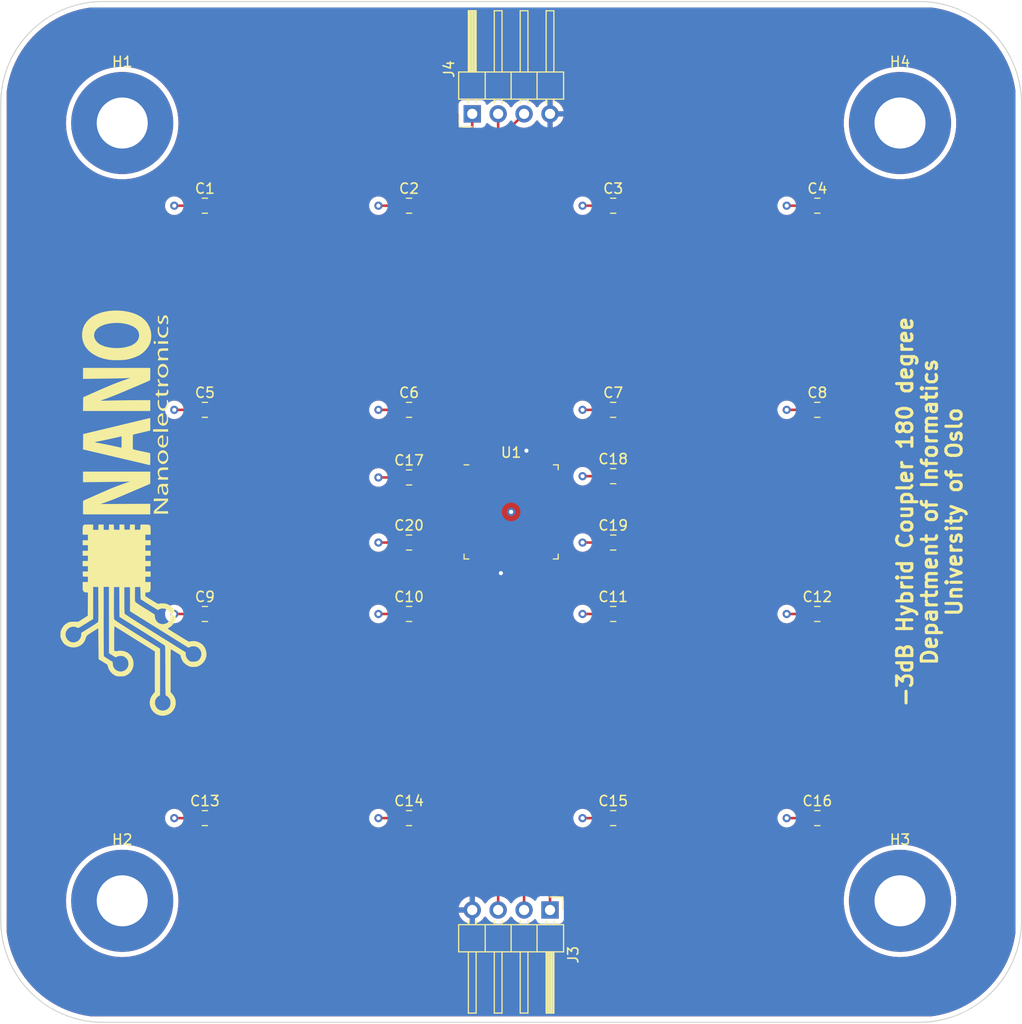
<source format=kicad_pcb>
(kicad_pcb (version 20211014) (generator pcbnew)
  (layers (0 "F.Cu" signal) (1 "In1.Cu" power) (2 "In2.Cu" power) (31 "B.Cu" signal) (34 "B.Paste" user) (35 "F.Paste" user) (36 "B.SilkS" user "B.Silkscreen") (37 "F.SilkS" user "F.Silkscreen") (38 "B.Mask" user) (39 "F.Mask" user) (44 "Edge.Cuts" user))
  (net 0 "")
  (net 1 "VDD")
  (net 2 "Net-(J3-Pad1)")
  (net 3 "Net-(J4-Pad1)")
  (net 4 "Net-(J4-Pad2)")
  (net 5 "GND")
  (net 6 "Net-(J3-Pad2)")
  (footprint "Capacitor_SMD:C_0805_2012Metric" (layer "F.Cu") (at 130 80)
    (fp_text reference "C5" (at 0 -1.68) (layer "F.SilkS"))
    (fp_text value "C")
    (pad "1" smd roundrect (at -0.95 0) (size 1 1.45) (layers "F.Cu" "F.Paste" "F.Mask") (net 1 "VDD"))
    (pad "2" smd roundrect (at 0.95 0) (size 1 1.45) (layers "F.Cu" "F.Paste" "F.Mask") (net 5 "GND"))
  )
  (footprint "Capacitor_SMD:C_0805_2012Metric" (layer "F.Cu") (at 150 80)
    (fp_text reference "C6" (at 0 -1.68) (layer "F.SilkS"))
    (fp_text value "C")
    (pad "1" smd roundrect (at -0.95 0) (size 1 1.45) (layers "F.Cu" "F.Paste" "F.Mask") (net 1 "VDD"))
    (pad "2" smd roundrect (at 0.95 0) (size 1 1.45) (layers "F.Cu" "F.Paste" "F.Mask") (net 5 "GND"))
  )
  (footprint "Capacitor_SMD:C_0805_2012Metric" (layer "F.Cu") (at 190 80)
    (fp_text reference "C8" (at 0 -1.68) (layer "F.SilkS"))
    (fp_text value "C")
    (pad "1" smd roundrect (at -0.95 0) (size 1 1.45) (layers "F.Cu" "F.Paste" "F.Mask") (net 1 "VDD"))
    (pad "2" smd roundrect (at 0.95 0) (size 1 1.45) (layers "F.Cu" "F.Paste" "F.Mask") (net 5 "GND"))
  )
  (footprint "MountingHole:MountingHole_5mm_Pad" (layer "F.Cu") (at 121.9 51.9)
    (fp_text reference "H1" (at 0 -6) (layer "F.SilkS"))
    (fp_text value "MountingHole")
    (pad "1" thru_hole circle (at 0 0) (size 10 10) (drill 5) (layers *.Cu *.Mask))
  )
  (footprint "Connector_PinHeader_2.54mm:PinHeader_1x04_P2.54mm_Horizontal" (layer "F.Cu") (at 163.81 129 -90)
    (fp_text reference "J3" (at 4.385 -2.27 90) (layer "F.SilkS"))
    (fp_text value "Conn_01x04_Male")
    (pad "1" thru_hole rect (at 0 0 270) (size 1.7 1.7) (drill 1) (layers *.Cu *.Mask) (net 2 "Net-(J3-Pad1)"))
    (pad "2" thru_hole oval (at 0 2.54 270) (size 1.7 1.7) (drill 1) (layers *.Cu *.Mask) (net 6 "Net-(J3-Pad2)"))
    (pad "3" thru_hole oval (at 0 5.08 270) (size 1.7 1.7) (drill 1) (layers *.Cu *.Mask) (net 1 "VDD"))
    (pad "4" thru_hole oval (at 0 7.62 270) (size 1.7 1.7) (drill 1) (layers *.Cu *.Mask) (net 5 "GND"))
  )
  (footprint "Package_DFN_QFN:QFN-64-1EP_9x9mm_P0.5mm_EP6x6mm" (layer "F.Cu") (at 160 90)
    (fp_text reference "U1" (at 0 -5.82) (layer "F.SilkS"))
    (fp_text value "HC180_QFN64")
    (pad "1" smd roundrect (at -4.4375 -3.75) (size 0.875 0.25) (layers "F.Cu" "F.Paste" "F.Mask"))
    (pad "2" smd roundrect (at -4.4375 -3.25) (size 0.875 0.25) (layers "F.Cu" "F.Paste" "F.Mask"))
    (pad "3" smd roundrect (at -4.4375 -2.75) (size 0.875 0.25) (layers "F.Cu" "F.Paste" "F.Mask"))
    (pad "4" smd roundrect (at -4.4375 -2.25) (size 0.875 0.25) (layers "F.Cu" "F.Paste" "F.Mask"))
    (pad "5" smd roundrect (at -4.4375 -1.75) (size 0.875 0.25) (layers "F.Cu" "F.Paste" "F.Mask"))
    (pad "6" smd roundrect (at -4.4375 -1.25) (size 0.875 0.25) (layers "F.Cu" "F.Paste" "F.Mask"))
    (pad "7" smd roundrect (at -4.4375 -0.75) (size 0.875 0.25) (layers "F.Cu" "F.Paste" "F.Mask"))
    (pad "8" smd roundrect (at -4.4375 -0.25) (size 0.875 0.25) (layers "F.Cu" "F.Paste" "F.Mask"))
    (pad "9" smd roundrect (at -4.4375 0.25) (size 0.875 0.25) (layers "F.Cu" "F.Paste" "F.Mask"))
    (pad "10" smd roundrect (at -4.4375 0.75) (size 0.875 0.25) (layers "F.Cu" "F.Paste" "F.Mask"))
    (pad "11" smd roundrect (at -4.4375 1.25) (size 0.875 0.25) (layers "F.Cu" "F.Paste" "F.Mask"))
    (pad "12" smd roundrect (at -4.4375 1.75) (size 0.875 0.25) (layers "F.Cu" "F.Paste" "F.Mask"))
    (pad "13" smd roundrect (at -4.4375 2.25) (size 0.875 0.25) (layers "F.Cu" "F.Paste" "F.Mask"))
    (pad "14" smd roundrect (at -4.4375 2.75) (size 0.875 0.25) (layers "F.Cu" "F.Paste" "F.Mask"))
    (pad "15" smd roundrect (at -4.4375 3.25) (size 0.875 0.25) (layers "F.Cu" "F.Paste" "F.Mask"))
    (pad "16" smd roundrect (at -4.4375 3.75) (size 0.875 0.25) (layers "F.Cu" "F.Paste" "F.Mask"))
    (pad "17" smd roundrect (at -3.75 4.4375) (size 0.25 0.875) (layers "F.Cu" "F.Paste" "F.Mask"))
    (pad "18" smd roundrect (at -3.25 4.4375) (size 0.25 0.875) (layers "F.Cu" "F.Paste" "F.Mask"))
    (pad "19" smd roundrect (at -2.75 4.4375) (size 0.25 0.875) (layers "F.Cu" "F.Paste" "F.Mask"))
    (pad "20" smd roundrect (at -2.25 4.4375) (size 0.25 0.875) (layers "F.Cu" "F.Paste" "F.Mask"))
    (pad "21" smd roundrect (at -1.75 4.4375) (size 0.25 0.875) (layers "F.Cu" "F.Paste" "F.Mask"))
    (pad "22" smd roundrect (at -1.25 4.4375) (size 0.25 0.875) (layers "F.Cu" "F.Paste" "F.Mask"))
    (pad "23" smd roundrect (at -0.75 4.4375) (size 0.25 0.875) (layers "F.Cu" "F.Paste" "F.Mask"))
    (pad "24" smd roundrect (at -0.25 4.4375) (size 0.25 0.875) (layers "F.Cu" "F.Paste" "F.Mask") (net 5 "GND"))
    (pad "25" smd roundrect (at 0.25 4.4375) (size 0.25 0.875) (layers "F.Cu" "F.Paste" "F.Mask") (net 1 "VDD"))
    (pad "26" smd roundrect (at 0.75 4.4375) (size 0.25 0.875) (layers "F.Cu" "F.Paste" "F.Mask") (net 6 "Net-(J3-Pad2)"))
    (pad "27" smd roundrect (at 1.25 4.4375) (size 0.25 0.875) (layers "F.Cu" "F.Paste" "F.Mask") (net 2 "Net-(J3-Pad1)"))
    (pad "28" smd roundrect (at 1.75 4.4375) (size 0.25 0.875) (layers "F.Cu" "F.Paste" "F.Mask"))
    (pad "29" smd roundrect (at 2.25 4.4375) (size 0.25 0.875) (layers "F.Cu" "F.Paste" "F.Mask"))
    (pad "30" smd roundrect (at 2.75 4.4375) (size 0.25 0.875) (layers "F.Cu" "F.Paste" "F.Mask"))
    (pad "31" smd roundrect (at 3.25 4.4375) (size 0.25 0.875) (layers "F.Cu" "F.Paste" "F.Mask"))
    (pad "32" smd roundrect (at 3.75 4.4375) (size 0.25 0.875) (layers "F.Cu" "F.Paste" "F.Mask"))
    (pad "33" smd roundrect (at 4.4375 3.75) (size 0.875 0.25) (layers "F.Cu" "F.Paste" "F.Mask"))
    (pad "34" smd roundrect (at 4.4375 3.25) (size 0.875 0.25) (layers "F.Cu" "F.Paste" "F.Mask"))
    (pad "35" smd roundrect (at 4.4375 2.75) (size 0.875 0.25) (layers "F.Cu" "F.Paste" "F.Mask"))
    (pad "36" smd roundrect (at 4.4375 2.25) (size 0.875 0.25) (layers "F.Cu" "F.Paste" "F.Mask"))
    (pad "37" smd roundrect (at 4.4375 1.75) (size 0.875 0.25) (layers "F.Cu" "F.Paste" "F.Mask"))
    (pad "38" smd roundrect (at 4.4375 1.25) (size 0.875 0.25) (layers "F.Cu" "F.Paste" "F.Mask"))
    (pad "39" smd roundrect (at 4.4375 0.75) (size 0.875 0.25) (layers "F.Cu" "F.Paste" "F.Mask"))
    (pad "40" smd roundrect (at 4.4375 0.25) (size 0.875 0.25) (layers "F.Cu" "F.Paste" "F.Mask"))
    (pad "41" smd roundrect (at 4.4375 -0.25) (size 0.875 0.25) (layers "F.Cu" "F.Paste" "F.Mask"))
    (pad "42" smd roundrect (at 4.4375 -0.75) (size 0.875 0.25) (layers "F.Cu" "F.Paste" "F.Mask"))
    (pad "43" smd roundrect (at 4.4375 -1.25) (size 0.875 0.25) (layers "F.Cu" "F.Paste" "F.Mask"))
    (pad "44" smd roundrect (at 4.4375 -1.75) (size 0.875 0.25) (layers "F.Cu" "F.Paste" "F.Mask"))
    (pad "45" smd roundrect (at 4.4375 -2.25) (size 0.875 0.25) (layers "F.Cu" "F.Paste" "F.Mask"))
    (pad "46" smd roundrect (at 4.4375 -2.75) (size 0.875 0.25) (layers "F.Cu" "F.Paste" "F.Mask"))
    (pad "47" smd roundrect (at 4.4375 -3.25) (size 0.875 0.25) (layers "F.Cu" "F.Paste" "F.Mask"))
    (pad "48" smd roundrect (at 4.4375 -3.75) (size 0.875 0.25) (layers "F.Cu" "F.Paste" "F.Mask"))
    (pad "49" smd roundrect (at 3.75 -4.4375) (size 0.25 0.875) (layers "F.Cu" "F.Paste" "F.Mask"))
    (pad "50" smd roundrect (at 3.25 -4.4375) (size 0.25 0.875) (layers "F.Cu" "F.Paste" "F.Mask"))
    (pad "51" smd roundrect (at 2.75 -4.4375) (size 0.25 0.875) (layers "F.Cu" "F.Paste" "F.Mask"))
    (pad "52" smd roundrect (at 2.25 -4.4375) (size 0.25 0.875) (layers "F.Cu" "F.Paste" "F.Mask"))
    (pad "53" smd roundrect (at 1.75 -4.4375) (size 0.25 0.875) (layers "F.Cu" "F.Paste" "F.Mask"))
    (pad "54" smd roundrect (at 1.25 -4.4375) (size 0.25 0.875) (layers "F.Cu" "F.Paste" "F.Mask"))
    (pad "55" smd roundrect (at 0.75 -4.4375) (size 0.25 0.875) (layers "F.Cu" "F.Paste" "F.Mask") (net 5 "GND"))
    (pad "56" smd roundrect (at 0.25 -4.4375) (size 0.25 0.875) (layers "F.Cu" "F.Paste" "F.Mask") (net 1 "VDD"))
    (pad "57" smd roundrect (at -0.25 -4.4375) (size 0.25 0.875) (layers "F.Cu" "F.Paste" "F.Mask") (net 4 "Net-(J4-Pad2)"))
    (pad "58" smd roundrect (at -0.75 -4.4375) (size 0.25 0.875) (layers "F.Cu" "F.Paste" "F.Mask") (net 3 "Net-(J4-Pad1)"))
    (pad "59" smd roundrect (at -1.25 -4.4375) (size 0.25 0.875) (layers "F.Cu" "F.Paste" "F.Mask"))
    (pad "60" smd roundrect (at -1.75 -4.4375) (size 0.25 0.875) (layers "F.Cu" "F.Paste" "F.Mask"))
    (pad "61" smd roundrect (at -2.25 -4.4375) (size 0.25 0.875) (layers "F.Cu" "F.Paste" "F.Mask"))
    (pad "62" smd roundrect (at -2.75 -4.4375) (size 0.25 0.875) (layers "F.Cu" "F.Paste" "F.Mask"))
    (pad "63" smd roundrect (at -3.25 -4.4375) (size 0.25 0.875) (layers "F.Cu" "F.Paste" "F.Mask"))
    (pad "64" smd roundrect (at -3.75 -4.4375) (size 0.25 0.875) (layers "F.Cu" "F.Paste" "F.Mask"))
    (pad "65" smd rect (at 0 0) (size 6 6) (layers "F.Cu" "F.Mask"))
  )
  (footprint "Capacitor_SMD:C_0805_2012Metric" (layer "F.Cu") (at 170 86.5)
    (fp_text reference "C18" (at 0 -1.68) (layer "F.SilkS"))
    (fp_text value "C")
    (pad "1" smd roundrect (at -0.95 0) (size 1 1.45) (layers "F.Cu" "F.Paste" "F.Mask") (net 1 "VDD"))
    (pad "2" smd roundrect (at 0.95 0) (size 1 1.45) (layers "F.Cu" "F.Paste" "F.Mask") (net 5 "GND"))
  )
  (footprint "MountingHole:MountingHole_5mm_Pad" (layer "F.Cu") (at 198.1 128.1)
    (fp_text reference "H3" (at 0 -6) (layer "F.SilkS"))
    (fp_text value "MountingHole")
    (pad "1" thru_hole circle (at 0 0) (size 10 10) (drill 5) (layers *.Cu *.Mask))
  )
  (footprint "Capacitor_SMD:C_0805_2012Metric" (layer "F.Cu") (at 170 93)
    (fp_text reference "C19" (at 0 -1.68) (layer "F.SilkS"))
    (fp_text value "C")
    (pad "1" smd roundrect (at -0.95 0) (size 1 1.45) (layers "F.Cu" "F.Paste" "F.Mask") (net 1 "VDD"))
    (pad "2" smd roundrect (at 0.95 0) (size 1 1.45) (layers "F.Cu" "F.Paste" "F.Mask") (net 5 "GND"))
  )
  (footprint "Capacitor_SMD:C_0805_2012Metric" (layer "F.Cu") (at 190 100)
    (fp_text reference "C12" (at 0 -1.68) (layer "F.SilkS"))
    (fp_text value "C")
    (pad "1" smd roundrect (at -0.95 0) (size 1 1.45) (layers "F.Cu" "F.Paste" "F.Mask") (net 1 "VDD"))
    (pad "2" smd roundrect (at 0.95 0) (size 1 1.45) (layers "F.Cu" "F.Paste" "F.Mask") (net 5 "GND"))
  )
  (footprint "Capacitor_SMD:C_0805_2012Metric" (layer "F.Cu") (at 170 100)
    (fp_text reference "C11" (at 0 -1.68) (layer "F.SilkS"))
    (fp_text value "C")
    (pad "1" smd roundrect (at -0.95 0) (size 1 1.45) (layers "F.Cu" "F.Paste" "F.Mask") (net 1 "VDD"))
    (pad "2" smd roundrect (at 0.95 0) (size 1 1.45) (layers "F.Cu" "F.Paste" "F.Mask") (net 5 "GND"))
  )
  (footprint "Capacitor_SMD:C_0805_2012Metric" (layer "F.Cu") (at 190 60)
    (fp_text reference "C4" (at 0 -1.68) (layer "F.SilkS"))
    (fp_text value "C")
    (pad "1" smd roundrect (at -0.95 0) (size 1 1.45) (layers "F.Cu" "F.Paste" "F.Mask") (net 1 "VDD"))
    (pad "2" smd roundrect (at 0.95 0) (size 1 1.45) (layers "F.Cu" "F.Paste" "F.Mask") (net 5 "GND"))
  )
  (footprint "Capacitor_SMD:C_0805_2012Metric" (layer "F.Cu") (at 170 80)
    (fp_text reference "C7" (at 0 -1.68) (layer "F.SilkS"))
    (fp_text value "C")
    (pad "1" smd roundrect (at -0.95 0) (size 1 1.45) (layers "F.Cu" "F.Paste" "F.Mask") (net 1 "VDD"))
    (pad "2" smd roundrect (at 0.95 0) (size 1 1.45) (layers "F.Cu" "F.Paste" "F.Mask") (net 5 "GND"))
  )
  (footprint "Capacitor_SMD:C_0805_2012Metric" (layer "F.Cu") (at 130 120)
    (fp_text reference "C13" (at 0 -1.68) (layer "F.SilkS"))
    (fp_text value "C")
    (pad "1" smd roundrect (at -0.95 0) (size 1 1.45) (layers "F.Cu" "F.Paste" "F.Mask") (net 1 "VDD"))
    (pad "2" smd roundrect (at 0.95 0) (size 1 1.45) (layers "F.Cu" "F.Paste" "F.Mask") (net 5 "GND"))
  )
  (footprint "Capacitor_SMD:C_0805_2012Metric" (layer "F.Cu") (at 130 100)
    (fp_text reference "C9" (at 0 -1.68) (layer "F.SilkS"))
    (fp_text value "C")
    (pad "1" smd roundrect (at -0.95 0) (size 1 1.45) (layers "F.Cu" "F.Paste" "F.Mask") (net 1 "VDD"))
    (pad "2" smd roundrect (at 0.95 0) (size 1 1.45) (layers "F.Cu" "F.Paste" "F.Mask") (net 5 "GND"))
  )
  (footprint "Capacitor_SMD:C_0805_2012Metric" (layer "F.Cu") (at 170 120)
    (fp_text reference "C15" (at 0 -1.68) (layer "F.SilkS"))
    (fp_text value "C")
    (pad "1" smd roundrect (at -0.95 0) (size 1 1.45) (layers "F.Cu" "F.Paste" "F.Mask") (net 1 "VDD"))
    (pad "2" smd roundrect (at 0.95 0) (size 1 1.45) (layers "F.Cu" "F.Paste" "F.Mask") (net 5 "GND"))
  )
  (footprint "Footprint:NANO_LOGO" (layer "F.Cu") (at 123 90 90)
    (fp_text reference "G***")
    (fp_text value "LOGO" hide)
  )
  (footprint "Capacitor_SMD:C_0805_2012Metric" (layer "F.Cu") (at 150 60)
    (fp_text reference "C2" (at 0 -1.68) (layer "F.SilkS"))
    (fp_text value "C")
    (pad "1" smd roundrect (at -0.95 0) (size 1 1.45) (layers "F.Cu" "F.Paste" "F.Mask") (net 1 "VDD"))
    (pad "2" smd roundrect (at 0.95 0) (size 1 1.45) (layers "F.Cu" "F.Paste" "F.Mask") (net 5 "GND"))
  )
  (footprint "Capacitor_SMD:C_0805_2012Metric" (layer "F.Cu") (at 190 120)
    (fp_text reference "C16" (at 0 -1.68) (layer "F.SilkS"))
    (fp_text value "C")
    (pad "1" smd roundrect (at -0.95 0) (size 1 1.45) (layers "F.Cu" "F.Paste" "F.Mask") (net 1 "VDD"))
    (pad "2" smd roundrect (at 0.95 0) (size 1 1.45) (layers "F.Cu" "F.Paste" "F.Mask") (net 5 "GND"))
  )
  (footprint "Capacitor_SMD:C_0805_2012Metric" (layer "F.Cu") (at 170 60)
    (fp_text reference "C3" (at 0 -1.68) (layer "F.SilkS"))
    (fp_text value "C")
    (pad "1" smd roundrect (at -0.95 0) (size 1 1.45) (layers "F.Cu" "F.Paste" "F.Mask") (net 1 "VDD"))
    (pad "2" smd roundrect (at 0.95 0) (size 1 1.45) (layers "F.Cu" "F.Paste" "F.Mask") (net 5 "GND"))
  )
  (footprint "MountingHole:MountingHole_5mm_Pad" (layer "F.Cu") (at 121.9 128.1)
    (fp_text reference "H2" (at 0 -6) (layer "F.SilkS"))
    (fp_text value "MountingHole")
    (pad "1" thru_hole circle (at 0 0) (size 10 10) (drill 5) (layers *.Cu *.Mask))
  )
  (footprint "Capacitor_SMD:C_0805_2012Metric" (layer "F.Cu") (at 150 86.625)
    (fp_text reference "C17" (at 0 -1.68) (layer "F.SilkS"))
    (fp_text value "C")
    (pad "1" smd roundrect (at -0.95 0) (size 1 1.45) (layers "F.Cu" "F.Paste" "F.Mask") (net 1 "VDD"))
    (pad "2" smd roundrect (at 0.95 0) (size 1 1.45) (layers "F.Cu" "F.Paste" "F.Mask") (net 5 "GND"))
  )
  (footprint "Capacitor_SMD:C_0805_2012Metric" (layer "F.Cu") (at 150 93)
    (fp_text reference "C20" (at 0 -1.68) (layer "F.SilkS"))
    (fp_text value "C")
    (pad "1" smd roundrect (at -0.95 0) (size 1 1.45) (layers "F.Cu" "F.Paste" "F.Mask") (net 1 "VDD"))
    (pad "2" smd roundrect (at 0.95 0) (size 1 1.45) (layers "F.Cu" "F.Paste" "F.Mask") (net 5 "GND"))
  )
  (footprint "Capacitor_SMD:C_0805_2012Metric" (layer "F.Cu") (at 150 120)
    (fp_text reference "C14" (at 0 -1.68) (layer "F.SilkS"))
    (fp_text value "C")
    (pad "1" smd roundrect (at -0.95 0) (size 1 1.45) (layers "F.Cu" "F.Paste" "F.Mask") (net 1 "VDD"))
    (pad "2" smd roundrect (at 0.95 0) (size 1 1.45) (layers "F.Cu" "F.Paste" "F.Mask") (net 5 "GND"))
  )
  (footprint "Capacitor_SMD:C_0805_2012Metric" (layer "F.Cu") (at 130 60)
    (fp_text reference "C1" (at 0 -1.68) (layer "F.SilkS"))
    (fp_text value "C")
    (pad "1" smd roundrect (at -0.95 0) (size 1 1.45) (layers "F.Cu" "F.Paste" "F.Mask") (net 1 "VDD"))
    (pad "2" smd roundrect (at 0.95 0) (size 1 1.45) (layers "F.Cu" "F.Paste" "F.Mask") (net 5 "GND"))
  )
  (footprint "MountingHole:MountingHole_5mm_Pad" (layer "F.Cu") (at 198.1 51.9)
    (fp_text reference "H4" (at 0 -6) (layer "F.SilkS"))
    (fp_text value "MountingHole")
    (pad "1" thru_hole circle (at 0 0) (size 10 10) (drill 5) (layers *.Cu *.Mask))
  )
  (footprint "Capacitor_SMD:C_0805_2012Metric" (layer "F.Cu") (at 150 100)
    (fp_text reference "C10" (at 0 -1.68) (layer "F.SilkS"))
    (fp_text value "C")
    (pad "1" smd roundrect (at -0.95 0) (size 1 1.45) (layers "F.Cu" "F.Paste" "F.Mask") (net 1 "VDD"))
    (pad "2" smd roundrect (at 0.95 0) (size 1 1.45) (layers "F.Cu" "F.Paste" "F.Mask") (net 5 "GND"))
  )
  (footprint "Connector_PinHeader_2.54mm:PinHeader_1x04_P2.54mm_Horizontal" (layer "F.Cu") (at 156.19 51 90)
    (fp_text reference "J4" (at 4.385 -2.27 90) (layer "F.SilkS"))
    (fp_text value "Conn_01x04_Male")
    (pad "1" thru_hole rect (at 0 0 90) (size 1.7 1.7) (drill 1) (layers *.Cu *.Mask) (net 3 "Net-(J4-Pad1)"))
    (pad "2" thru_hole oval (at 0 2.54 90) (size 1.7 1.7) (drill 1) (layers *.Cu *.Mask) (net 4 "Net-(J4-Pad2)"))
    (pad "3" thru_hole oval (at 0 5.08 90) (size 1.7 1.7) (drill 1) (layers *.Cu *.Mask) (net 1 "VDD"))
    (pad "4" thru_hole oval (at 0 7.62 90) (size 1.7 1.7) (drill 1) (layers *.Cu *.Mask) (net 5 "GND"))
  )
  (gr_arc (start 120 140) (mid 112.928932 137.071068) (end 110 130) (layer "Edge.Cuts") (width 0.1))
  (gr_line (start 200 140) (end 120 140) (layer "Edge.Cuts") (width 0.1))
  (gr_line (start 120 40) (end 200 40) (layer "Edge.Cuts") (width 0.1))
  (gr_arc (start 110 50) (mid 112.928932 42.928932) (end 120 40) (layer "Edge.Cuts") (width 0.1))
  (gr_line (start 210 50) (end 210 130) (layer "Edge.Cuts") (width 0.1))
  (gr_arc (start 200 40) (mid 207.071068 42.928932) (end 210 50) (layer "Edge.Cuts") (width 0.1))
  (gr_arc (start 210 130) (mid 207.071068 137.071068) (end 200 140) (layer "Edge.Cuts") (width 0.1))
  (gr_line (start 110 130) (end 110 50) (layer "Edge.Cuts") (width 0.1))
  (gr_text "-3dB Hybrid Coupler 180 degree\nDepartment of Informatics\nUniversity of Oslo\n" (at 201 90 90) (layer "F.SilkS") (effects (font (size 1.5 1.5) (thickness 0.3))))
  (via (at 160 90) (size 0.8) (drill 0.4) (layers "F.Cu" "B.Cu") (net 0))
  (segment (start 189.05 120) (end 187 120) (width 0.25) (layer "F.Cu") (net 1))
  (segment (start 149.05 60) (end 147 60) (width 0.25) (layer "F.Cu") (net 1))
  (segment (start 189.05 80) (end 187 80) (width 0.25) (layer "F.Cu") (net 1))
  (segment (start 167 120) (end 169.05 120) (width 0.25) (layer "F.Cu") (net 1))
  (segment (start 169.05 80) (end 167 80) (width 0.25) (layer "F.Cu") (net 1))
  (segment (start 149.05 93) (end 147 93) (width 0.25) (layer "F.Cu") (net 1))
  (segment (start 189.05 60) (end 187 60) (width 0.25) (layer "F.Cu") (net 1))
  (segment (start 149.05 100) (end 147 100) (width 0.25) (layer "F.Cu") (net 1))
  (segment (start 160.25 94.4375) (end 160.25 125.75) (width 0.25) (layer "F.Cu") (net 1))
  (segment (start 149.05 80) (end 147 80) (width 0.25) (layer "F.Cu") (net 1))
  (segment (start 189.05 100) (end 187 100) (width 0.25) (layer "F.Cu") (net 1))
  (segment (start 129.05 80) (end 127 80) (width 0.25) (layer "F.Cu") (net 1))
  (segment (start 129.05 120) (end 127 120) (width 0.25) (layer "F.Cu") (net 1))
  (segment (start 169.05 100) (end 167 100) (width 0.25) (layer "F.Cu") (net 1))
  (segment (start 169.05 60) (end 167 60) (width 0.25) (layer "F.Cu") (net 1))
  (segment (start 169.05 86.5) (end 167 86.5) (width 0.25) (layer "F.Cu") (net 1))
  (segment (start 149.05 86.625) (end 147 86.625) (width 0.25) (layer "F.Cu") (net 1))
  (segment (start 169.05 93) (end 167 93) (width 0.25) (layer "F.Cu") (net 1))
  (segment (start 158.73 127.27) (end 158.73 129) (width 0.25) (layer "F.Cu") (net 1))
  (segment (start 129.05 100) (end 127 100) (width 0.25) (layer "F.Cu") (net 1))
  (segment (start 160.25 125.75) (end 158.73 127.27) (width 0.25) (layer "F.Cu") (net 1))
  (segment (start 160.25 52.02) (end 161.27 51) (width 0.25) (layer "F.Cu") (net 1))
  (segment (start 149.05 120) (end 147 120) (width 0.25) (layer "F.Cu") (net 1))
  (segment (start 160.25 85.5625) (end 160.25 52.02) (width 0.25) (layer "F.Cu") (net 1))
  (segment (start 129.05 60) (end 127 60) (width 0.25) (layer "F.Cu") (net 1))
  (via (at 147 100) (size 0.8) (drill 0.4) (layers "F.Cu" "B.Cu") (net 1))
  (via (at 167 93) (size 0.8) (drill 0.4) (layers "F.Cu" "B.Cu") (net 1))
  (via (at 147 93) (size 0.8) (drill 0.4) (layers "F.Cu" "B.Cu") (net 1))
  (via (at 147 60) (size 0.8) (drill 0.4) (layers "F.Cu" "B.Cu") (net 1))
  (via (at 127 80) (size 0.8) (drill 0.4) (layers "F.Cu" "B.Cu") (net 1))
  (via (at 167 80) (size 0.8) (drill 0.4) (layers "F.Cu" "B.Cu") (net 1))
  (via (at 127 100) (size 0.8) (drill 0.4) (layers "F.Cu" "B.Cu") (net 1))
  (via (at 187 80) (size 0.8) (drill 0.4) (layers "F.Cu" "B.Cu") (net 1))
  (via (at 147 86.625) (size 0.8) (drill 0.4) (layers "F.Cu" "B.Cu") (net 1))
  (via (at 187 100) (size 0.8) (drill 0.4) (layers "F.Cu" "B.Cu") (net 1))
  (via (at 147 120) (size 0.8) (drill 0.4) (layers "F.Cu" "B.Cu") (net 1))
  (via (at 187 60) (size 0.8) (drill 0.4) (layers "F.Cu" "B.Cu") (net 1))
  (via (at 187 120) (size 0.8) (drill 0.4) (layers "F.Cu" "B.Cu") (net 1))
  (via (at 147 80) (size 0.8) (drill 0.4) (layers "F.Cu" "B.Cu") (net 1))
  (via (at 167 120) (size 0.8) (drill 0.4) (layers "F.Cu" "B.Cu") (net 1))
  (via (at 167 86.5) (size 0.8) (drill 0.4) (layers "F.Cu" "B.Cu") (net 1))
  (via (at 167 100) (size 0.8) (drill 0.4) (layers "F.Cu" "B.Cu") (net 1))
  (via (at 127 60) (size 0.8) (drill 0.4) (layers "F.Cu" "B.Cu") (net 1))
  (via (at 167 60) (size 0.8) (drill 0.4) (layers "F.Cu" "B.Cu") (net 1))
  (via (at 127 120) (size 0.8) (drill 0.4) (layers "F.Cu" "B.Cu") (net 1))
  (segment (start 163.81 125.81) (end 163.81 129) (width 0.25) (layer "F.Cu") (net 2))
  (segment (start 161.25 94.4375) (end 161.25 123.25) (width 0.25) (layer "F.Cu") (net 2))
  (segment (start 161.25 123.25) (end 163.81 125.81) (width 0.25) (layer "F.Cu") (net 2))
  (segment (start 159.25 85.5625) (end 159.25 58.25) (width 0.25) (layer "F.Cu") (net 3))
  (segment (start 156.19 55.19) (end 156.19 51) (width 0.25) (layer "F.Cu") (net 3))
  (segment (start 159.25 58.25) (end 156.19 55.19) (width 0.25) (layer "F.Cu") (net 3))
  (segment (start 159.75 85.5625) (end 159.75 55.75) (width 0.25) (layer "F.Cu") (net 4))
  (segment (start 158.73 54.73) (end 158.73 51) (width 0.25) (layer "F.Cu") (net 4))
  (segment (start 159.75 55.75) (end 158.73 54.73) (width 0.25) (layer "F.Cu") (net 4))
  (segment (start 159.75 95.25) (end 159 96) (width 0.25) (layer "F.Cu") (net 5))
  (segment (start 159.75 94.4375) (end 159.75 95.25) (width 0.25) (layer "F.Cu") (net 5))
  (segment (start 160.75 85.5625) (end 160.75 84.75) (width 0.25) (layer "F.Cu") (net 5))
  (segment (start 160.75 84.75) (end 161.5 84) (width 0.25) (layer "F.Cu") (net 5))
  (via (at 161.5 84) (size 0.8) (drill 0.4) (layers "F.Cu" "B.Cu") (net 5))
  (via (at 159 96) (size 0.8) (drill 0.4) (layers "F.Cu" "B.Cu") (net 5))
  (segment (start 160.75 94.4375) (end 160.75 125.75) (width 0.25) (layer "F.Cu") (net 6))
  (segment (start 161.27 126.27) (end 161.27 129) (width 0.25) (layer "F.Cu") (net 6))
  (segment (start 160.75 125.75) (end 161.27 126.27) (width 0.25) (layer "F.Cu") (net 6))
  (zone (net 5) (net_name "GND") (layers "F.Cu" "In1.Cu" "B.Cu") (connect_pads (clearance 0.508)) (min_thickness 0.254) (fill yes (thermal_gap 0.508) (thermal_bridge_width 0.508))
    (polygon (pts (xy 210 140) (xy 110 140) (xy 110 40) (xy 210 40)))
  )
)
</source>
